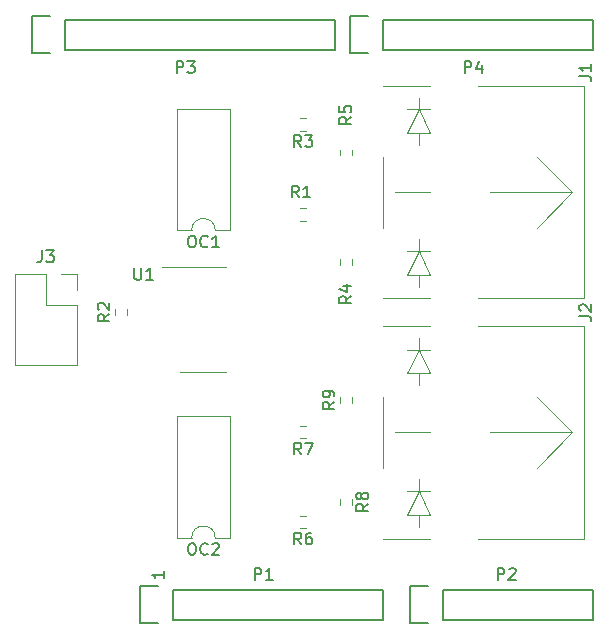
<source format=gto>
G04 #@! TF.GenerationSoftware,KiCad,Pcbnew,(5.1.9)-1*
G04 #@! TF.CreationDate,2021-06-10T00:16:51+02:00*
G04 #@! TF.ProjectId,shield,73686965-6c64-42e6-9b69-6361645f7063,rev?*
G04 #@! TF.SameCoordinates,Original*
G04 #@! TF.FileFunction,Legend,Top*
G04 #@! TF.FilePolarity,Positive*
%FSLAX46Y46*%
G04 Gerber Fmt 4.6, Leading zero omitted, Abs format (unit mm)*
G04 Created by KiCad (PCBNEW (5.1.9)-1) date 2021-06-10 00:16:51*
%MOMM*%
%LPD*%
G01*
G04 APERTURE LIST*
%ADD10C,0.150000*%
%ADD11C,0.120000*%
G04 APERTURE END LIST*
D10*
X139390380Y-120999285D02*
X139390380Y-121570714D01*
X139390380Y-121285000D02*
X138390380Y-121285000D01*
X138533238Y-121380238D01*
X138628476Y-121475476D01*
X138676095Y-121570714D01*
D11*
X130683000Y-95825000D02*
X132013000Y-95825000D01*
X132013000Y-95825000D02*
X132013000Y-97155000D01*
X129413000Y-95825000D02*
X129413000Y-98425000D01*
X129413000Y-98425000D02*
X132013000Y-98425000D01*
X132013000Y-98425000D02*
X132013000Y-103565000D01*
X126813000Y-103565000D02*
X132013000Y-103565000D01*
X126813000Y-95825000D02*
X126813000Y-103565000D01*
X126813000Y-95825000D02*
X129413000Y-95825000D01*
X142683000Y-104130000D02*
X144633000Y-104130000D01*
X142683000Y-104130000D02*
X140733000Y-104130000D01*
X142683000Y-95260000D02*
X144633000Y-95260000D01*
X142683000Y-95260000D02*
X139233000Y-95260000D01*
X154290500Y-106727258D02*
X154290500Y-106252742D01*
X155335500Y-106727258D02*
X155335500Y-106252742D01*
X155335500Y-114887742D02*
X155335500Y-115362258D01*
X154290500Y-114887742D02*
X154290500Y-115362258D01*
X151430258Y-109742500D02*
X150955742Y-109742500D01*
X151430258Y-108697500D02*
X150955742Y-108697500D01*
X151430258Y-117362500D02*
X150955742Y-117362500D01*
X151430258Y-116317500D02*
X150955742Y-116317500D01*
X154290500Y-85772258D02*
X154290500Y-85297742D01*
X155335500Y-85772258D02*
X155335500Y-85297742D01*
X155335500Y-94567742D02*
X155335500Y-95042258D01*
X154290500Y-94567742D02*
X154290500Y-95042258D01*
X151430258Y-83707500D02*
X150955742Y-83707500D01*
X151430258Y-82662500D02*
X150955742Y-82662500D01*
X135240500Y-99297258D02*
X135240500Y-98822742D01*
X136285500Y-99297258D02*
X136285500Y-98822742D01*
X151430258Y-91327500D02*
X150955742Y-91327500D01*
X151430258Y-90282500D02*
X150955742Y-90282500D01*
X141748000Y-118170000D02*
G75*
G02*
X143748000Y-118170000I1000000J0D01*
G01*
X143748000Y-118170000D02*
X144998000Y-118170000D01*
X144998000Y-118170000D02*
X144998000Y-107890000D01*
X144998000Y-107890000D02*
X140498000Y-107890000D01*
X140498000Y-107890000D02*
X140498000Y-118170000D01*
X140498000Y-118170000D02*
X141748000Y-118170000D01*
X141748000Y-92135000D02*
G75*
G02*
X143748000Y-92135000I1000000J0D01*
G01*
X143748000Y-92135000D02*
X144998000Y-92135000D01*
X144998000Y-92135000D02*
X144998000Y-81855000D01*
X144998000Y-81855000D02*
X140498000Y-81855000D01*
X140498000Y-81855000D02*
X140498000Y-92135000D01*
X140498000Y-92135000D02*
X141748000Y-92135000D01*
X157973000Y-118230000D02*
X161973000Y-118230000D01*
X165973000Y-118230000D02*
X174973000Y-118230000D01*
X174973000Y-118230000D02*
X174973000Y-100230000D01*
X174973000Y-100230000D02*
X165973000Y-100230000D01*
X161973000Y-100230000D02*
X157973000Y-100230000D01*
X157973000Y-112230000D02*
X157973000Y-106230000D01*
X159973000Y-104230000D02*
X161973000Y-104230000D01*
X161973000Y-104230000D02*
X160973000Y-102230000D01*
X160973000Y-102230000D02*
X159973000Y-104230000D01*
X160973000Y-104230000D02*
X160973000Y-105230000D01*
X159973000Y-102230000D02*
X161973000Y-102230000D01*
X160973000Y-102230000D02*
X160973000Y-101230000D01*
X160973000Y-117230000D02*
X160973000Y-116230000D01*
X160973000Y-116230000D02*
X161973000Y-116230000D01*
X161973000Y-116230000D02*
X160973000Y-114230000D01*
X160973000Y-114230000D02*
X159973000Y-116230000D01*
X159973000Y-116230000D02*
X160973000Y-116230000D01*
X159973000Y-114230000D02*
X161973000Y-114230000D01*
X160973000Y-113230000D02*
X160973000Y-114230000D01*
X158973000Y-109230000D02*
X161973000Y-109230000D01*
X166973000Y-109230000D02*
X173973000Y-109230000D01*
X173973000Y-109230000D02*
X170973000Y-106230000D01*
X173973000Y-109230000D02*
X170973000Y-112230000D01*
X157973000Y-97900000D02*
X161973000Y-97900000D01*
X165973000Y-97900000D02*
X174973000Y-97900000D01*
X174973000Y-97900000D02*
X174973000Y-79900000D01*
X174973000Y-79900000D02*
X165973000Y-79900000D01*
X161973000Y-79900000D02*
X157973000Y-79900000D01*
X157973000Y-91900000D02*
X157973000Y-85900000D01*
X159973000Y-83900000D02*
X161973000Y-83900000D01*
X161973000Y-83900000D02*
X160973000Y-81900000D01*
X160973000Y-81900000D02*
X159973000Y-83900000D01*
X160973000Y-83900000D02*
X160973000Y-84900000D01*
X159973000Y-81900000D02*
X161973000Y-81900000D01*
X160973000Y-81900000D02*
X160973000Y-80900000D01*
X160973000Y-96900000D02*
X160973000Y-95900000D01*
X160973000Y-95900000D02*
X161973000Y-95900000D01*
X161973000Y-95900000D02*
X160973000Y-93900000D01*
X160973000Y-93900000D02*
X159973000Y-95900000D01*
X159973000Y-95900000D02*
X160973000Y-95900000D01*
X159973000Y-93900000D02*
X161973000Y-93900000D01*
X160973000Y-92900000D02*
X160973000Y-93900000D01*
X158973000Y-88900000D02*
X161973000Y-88900000D01*
X166973000Y-88900000D02*
X173973000Y-88900000D01*
X173973000Y-88900000D02*
X170973000Y-85900000D01*
X173973000Y-88900000D02*
X170973000Y-91900000D01*
D10*
X137388000Y-122275000D02*
X137388000Y-125375000D01*
X138938000Y-122275000D02*
X137388000Y-122275000D01*
X140208000Y-125095000D02*
X140208000Y-122555000D01*
X137388000Y-125375000D02*
X138938000Y-125375000D01*
X157988000Y-122555000D02*
X140208000Y-122555000D01*
X157988000Y-125095000D02*
X157988000Y-122555000D01*
X140208000Y-125095000D02*
X157988000Y-125095000D01*
X160248000Y-122275000D02*
X160248000Y-125375000D01*
X161798000Y-122275000D02*
X160248000Y-122275000D01*
X163068000Y-125095000D02*
X163068000Y-122555000D01*
X160248000Y-125375000D02*
X161798000Y-125375000D01*
X175768000Y-122555000D02*
X163068000Y-122555000D01*
X175768000Y-125095000D02*
X175768000Y-122555000D01*
X163068000Y-125095000D02*
X175768000Y-125095000D01*
X128244000Y-74015000D02*
X128244000Y-77115000D01*
X129794000Y-74015000D02*
X128244000Y-74015000D01*
X131064000Y-76835000D02*
X131064000Y-74295000D01*
X128244000Y-77115000D02*
X129794000Y-77115000D01*
X153924000Y-74295000D02*
X131064000Y-74295000D01*
X153924000Y-76835000D02*
X153924000Y-74295000D01*
X131064000Y-76835000D02*
X153924000Y-76835000D01*
X155168000Y-74015000D02*
X155168000Y-77115000D01*
X156718000Y-74015000D02*
X155168000Y-74015000D01*
X157988000Y-76835000D02*
X157988000Y-74295000D01*
X155168000Y-77115000D02*
X156718000Y-77115000D01*
X175768000Y-74295000D02*
X157988000Y-74295000D01*
X175768000Y-76835000D02*
X175768000Y-74295000D01*
X157988000Y-76835000D02*
X175768000Y-76835000D01*
X129079666Y-93837380D02*
X129079666Y-94551666D01*
X129032047Y-94694523D01*
X128936809Y-94789761D01*
X128793952Y-94837380D01*
X128698714Y-94837380D01*
X129460619Y-93837380D02*
X130079666Y-93837380D01*
X129746333Y-94218333D01*
X129889190Y-94218333D01*
X129984428Y-94265952D01*
X130032047Y-94313571D01*
X130079666Y-94408809D01*
X130079666Y-94646904D01*
X130032047Y-94742142D01*
X129984428Y-94789761D01*
X129889190Y-94837380D01*
X129603476Y-94837380D01*
X129508238Y-94789761D01*
X129460619Y-94742142D01*
X136906095Y-95337380D02*
X136906095Y-96146904D01*
X136953714Y-96242142D01*
X137001333Y-96289761D01*
X137096571Y-96337380D01*
X137287047Y-96337380D01*
X137382285Y-96289761D01*
X137429904Y-96242142D01*
X137477523Y-96146904D01*
X137477523Y-95337380D01*
X138477523Y-96337380D02*
X137906095Y-96337380D01*
X138191809Y-96337380D02*
X138191809Y-95337380D01*
X138096571Y-95480238D01*
X138001333Y-95575476D01*
X137906095Y-95623095D01*
X153835380Y-106656666D02*
X153359190Y-106990000D01*
X153835380Y-107228095D02*
X152835380Y-107228095D01*
X152835380Y-106847142D01*
X152883000Y-106751904D01*
X152930619Y-106704285D01*
X153025857Y-106656666D01*
X153168714Y-106656666D01*
X153263952Y-106704285D01*
X153311571Y-106751904D01*
X153359190Y-106847142D01*
X153359190Y-107228095D01*
X153835380Y-106180476D02*
X153835380Y-105990000D01*
X153787761Y-105894761D01*
X153740142Y-105847142D01*
X153597285Y-105751904D01*
X153406809Y-105704285D01*
X153025857Y-105704285D01*
X152930619Y-105751904D01*
X152883000Y-105799523D01*
X152835380Y-105894761D01*
X152835380Y-106085238D01*
X152883000Y-106180476D01*
X152930619Y-106228095D01*
X153025857Y-106275714D01*
X153263952Y-106275714D01*
X153359190Y-106228095D01*
X153406809Y-106180476D01*
X153454428Y-106085238D01*
X153454428Y-105894761D01*
X153406809Y-105799523D01*
X153359190Y-105751904D01*
X153263952Y-105704285D01*
X156695380Y-115291666D02*
X156219190Y-115625000D01*
X156695380Y-115863095D02*
X155695380Y-115863095D01*
X155695380Y-115482142D01*
X155743000Y-115386904D01*
X155790619Y-115339285D01*
X155885857Y-115291666D01*
X156028714Y-115291666D01*
X156123952Y-115339285D01*
X156171571Y-115386904D01*
X156219190Y-115482142D01*
X156219190Y-115863095D01*
X156123952Y-114720238D02*
X156076333Y-114815476D01*
X156028714Y-114863095D01*
X155933476Y-114910714D01*
X155885857Y-114910714D01*
X155790619Y-114863095D01*
X155743000Y-114815476D01*
X155695380Y-114720238D01*
X155695380Y-114529761D01*
X155743000Y-114434523D01*
X155790619Y-114386904D01*
X155885857Y-114339285D01*
X155933476Y-114339285D01*
X156028714Y-114386904D01*
X156076333Y-114434523D01*
X156123952Y-114529761D01*
X156123952Y-114720238D01*
X156171571Y-114815476D01*
X156219190Y-114863095D01*
X156314428Y-114910714D01*
X156504904Y-114910714D01*
X156600142Y-114863095D01*
X156647761Y-114815476D01*
X156695380Y-114720238D01*
X156695380Y-114529761D01*
X156647761Y-114434523D01*
X156600142Y-114386904D01*
X156504904Y-114339285D01*
X156314428Y-114339285D01*
X156219190Y-114386904D01*
X156171571Y-114434523D01*
X156123952Y-114529761D01*
X151026333Y-111102380D02*
X150693000Y-110626190D01*
X150454904Y-111102380D02*
X150454904Y-110102380D01*
X150835857Y-110102380D01*
X150931095Y-110150000D01*
X150978714Y-110197619D01*
X151026333Y-110292857D01*
X151026333Y-110435714D01*
X150978714Y-110530952D01*
X150931095Y-110578571D01*
X150835857Y-110626190D01*
X150454904Y-110626190D01*
X151359666Y-110102380D02*
X152026333Y-110102380D01*
X151597761Y-111102380D01*
X151026333Y-118722380D02*
X150693000Y-118246190D01*
X150454904Y-118722380D02*
X150454904Y-117722380D01*
X150835857Y-117722380D01*
X150931095Y-117770000D01*
X150978714Y-117817619D01*
X151026333Y-117912857D01*
X151026333Y-118055714D01*
X150978714Y-118150952D01*
X150931095Y-118198571D01*
X150835857Y-118246190D01*
X150454904Y-118246190D01*
X151883476Y-117722380D02*
X151693000Y-117722380D01*
X151597761Y-117770000D01*
X151550142Y-117817619D01*
X151454904Y-117960476D01*
X151407285Y-118150952D01*
X151407285Y-118531904D01*
X151454904Y-118627142D01*
X151502523Y-118674761D01*
X151597761Y-118722380D01*
X151788238Y-118722380D01*
X151883476Y-118674761D01*
X151931095Y-118627142D01*
X151978714Y-118531904D01*
X151978714Y-118293809D01*
X151931095Y-118198571D01*
X151883476Y-118150952D01*
X151788238Y-118103333D01*
X151597761Y-118103333D01*
X151502523Y-118150952D01*
X151454904Y-118198571D01*
X151407285Y-118293809D01*
X155265380Y-82526666D02*
X154789190Y-82860000D01*
X155265380Y-83098095D02*
X154265380Y-83098095D01*
X154265380Y-82717142D01*
X154313000Y-82621904D01*
X154360619Y-82574285D01*
X154455857Y-82526666D01*
X154598714Y-82526666D01*
X154693952Y-82574285D01*
X154741571Y-82621904D01*
X154789190Y-82717142D01*
X154789190Y-83098095D01*
X154265380Y-81621904D02*
X154265380Y-82098095D01*
X154741571Y-82145714D01*
X154693952Y-82098095D01*
X154646333Y-82002857D01*
X154646333Y-81764761D01*
X154693952Y-81669523D01*
X154741571Y-81621904D01*
X154836809Y-81574285D01*
X155074904Y-81574285D01*
X155170142Y-81621904D01*
X155217761Y-81669523D01*
X155265380Y-81764761D01*
X155265380Y-82002857D01*
X155217761Y-82098095D01*
X155170142Y-82145714D01*
X155265380Y-97701666D02*
X154789190Y-98035000D01*
X155265380Y-98273095D02*
X154265380Y-98273095D01*
X154265380Y-97892142D01*
X154313000Y-97796904D01*
X154360619Y-97749285D01*
X154455857Y-97701666D01*
X154598714Y-97701666D01*
X154693952Y-97749285D01*
X154741571Y-97796904D01*
X154789190Y-97892142D01*
X154789190Y-98273095D01*
X154598714Y-96844523D02*
X155265380Y-96844523D01*
X154217761Y-97082619D02*
X154932047Y-97320714D01*
X154932047Y-96701666D01*
X151026333Y-85067380D02*
X150693000Y-84591190D01*
X150454904Y-85067380D02*
X150454904Y-84067380D01*
X150835857Y-84067380D01*
X150931095Y-84115000D01*
X150978714Y-84162619D01*
X151026333Y-84257857D01*
X151026333Y-84400714D01*
X150978714Y-84495952D01*
X150931095Y-84543571D01*
X150835857Y-84591190D01*
X150454904Y-84591190D01*
X151359666Y-84067380D02*
X151978714Y-84067380D01*
X151645380Y-84448333D01*
X151788238Y-84448333D01*
X151883476Y-84495952D01*
X151931095Y-84543571D01*
X151978714Y-84638809D01*
X151978714Y-84876904D01*
X151931095Y-84972142D01*
X151883476Y-85019761D01*
X151788238Y-85067380D01*
X151502523Y-85067380D01*
X151407285Y-85019761D01*
X151359666Y-84972142D01*
X134785380Y-99226666D02*
X134309190Y-99560000D01*
X134785380Y-99798095D02*
X133785380Y-99798095D01*
X133785380Y-99417142D01*
X133833000Y-99321904D01*
X133880619Y-99274285D01*
X133975857Y-99226666D01*
X134118714Y-99226666D01*
X134213952Y-99274285D01*
X134261571Y-99321904D01*
X134309190Y-99417142D01*
X134309190Y-99798095D01*
X133880619Y-98845714D02*
X133833000Y-98798095D01*
X133785380Y-98702857D01*
X133785380Y-98464761D01*
X133833000Y-98369523D01*
X133880619Y-98321904D01*
X133975857Y-98274285D01*
X134071095Y-98274285D01*
X134213952Y-98321904D01*
X134785380Y-98893333D01*
X134785380Y-98274285D01*
X150836333Y-89352380D02*
X150503000Y-88876190D01*
X150264904Y-89352380D02*
X150264904Y-88352380D01*
X150645857Y-88352380D01*
X150741095Y-88400000D01*
X150788714Y-88447619D01*
X150836333Y-88542857D01*
X150836333Y-88685714D01*
X150788714Y-88780952D01*
X150741095Y-88828571D01*
X150645857Y-88876190D01*
X150264904Y-88876190D01*
X151788714Y-89352380D02*
X151217285Y-89352380D01*
X151503000Y-89352380D02*
X151503000Y-88352380D01*
X151407761Y-88495238D01*
X151312523Y-88590476D01*
X151217285Y-88638095D01*
X141676571Y-118622380D02*
X141867047Y-118622380D01*
X141962285Y-118670000D01*
X142057523Y-118765238D01*
X142105142Y-118955714D01*
X142105142Y-119289047D01*
X142057523Y-119479523D01*
X141962285Y-119574761D01*
X141867047Y-119622380D01*
X141676571Y-119622380D01*
X141581333Y-119574761D01*
X141486095Y-119479523D01*
X141438476Y-119289047D01*
X141438476Y-118955714D01*
X141486095Y-118765238D01*
X141581333Y-118670000D01*
X141676571Y-118622380D01*
X143105142Y-119527142D02*
X143057523Y-119574761D01*
X142914666Y-119622380D01*
X142819428Y-119622380D01*
X142676571Y-119574761D01*
X142581333Y-119479523D01*
X142533714Y-119384285D01*
X142486095Y-119193809D01*
X142486095Y-119050952D01*
X142533714Y-118860476D01*
X142581333Y-118765238D01*
X142676571Y-118670000D01*
X142819428Y-118622380D01*
X142914666Y-118622380D01*
X143057523Y-118670000D01*
X143105142Y-118717619D01*
X143486095Y-118717619D02*
X143533714Y-118670000D01*
X143628952Y-118622380D01*
X143867047Y-118622380D01*
X143962285Y-118670000D01*
X144009904Y-118717619D01*
X144057523Y-118812857D01*
X144057523Y-118908095D01*
X144009904Y-119050952D01*
X143438476Y-119622380D01*
X144057523Y-119622380D01*
X141676571Y-92587380D02*
X141867047Y-92587380D01*
X141962285Y-92635000D01*
X142057523Y-92730238D01*
X142105142Y-92920714D01*
X142105142Y-93254047D01*
X142057523Y-93444523D01*
X141962285Y-93539761D01*
X141867047Y-93587380D01*
X141676571Y-93587380D01*
X141581333Y-93539761D01*
X141486095Y-93444523D01*
X141438476Y-93254047D01*
X141438476Y-92920714D01*
X141486095Y-92730238D01*
X141581333Y-92635000D01*
X141676571Y-92587380D01*
X143105142Y-93492142D02*
X143057523Y-93539761D01*
X142914666Y-93587380D01*
X142819428Y-93587380D01*
X142676571Y-93539761D01*
X142581333Y-93444523D01*
X142533714Y-93349285D01*
X142486095Y-93158809D01*
X142486095Y-93015952D01*
X142533714Y-92825476D01*
X142581333Y-92730238D01*
X142676571Y-92635000D01*
X142819428Y-92587380D01*
X142914666Y-92587380D01*
X143057523Y-92635000D01*
X143105142Y-92682619D01*
X144057523Y-93587380D02*
X143486095Y-93587380D01*
X143771809Y-93587380D02*
X143771809Y-92587380D01*
X143676571Y-92730238D01*
X143581333Y-92825476D01*
X143486095Y-92873095D01*
X174585380Y-99393333D02*
X175299666Y-99393333D01*
X175442523Y-99440952D01*
X175537761Y-99536190D01*
X175585380Y-99679047D01*
X175585380Y-99774285D01*
X174680619Y-98964761D02*
X174633000Y-98917142D01*
X174585380Y-98821904D01*
X174585380Y-98583809D01*
X174633000Y-98488571D01*
X174680619Y-98440952D01*
X174775857Y-98393333D01*
X174871095Y-98393333D01*
X175013952Y-98440952D01*
X175585380Y-99012380D01*
X175585380Y-98393333D01*
X174585380Y-79073333D02*
X175299666Y-79073333D01*
X175442523Y-79120952D01*
X175537761Y-79216190D01*
X175585380Y-79359047D01*
X175585380Y-79454285D01*
X175585380Y-78073333D02*
X175585380Y-78644761D01*
X175585380Y-78359047D02*
X174585380Y-78359047D01*
X174728238Y-78454285D01*
X174823476Y-78549523D01*
X174871095Y-78644761D01*
X147089904Y-121737380D02*
X147089904Y-120737380D01*
X147470857Y-120737380D01*
X147566095Y-120785000D01*
X147613714Y-120832619D01*
X147661333Y-120927857D01*
X147661333Y-121070714D01*
X147613714Y-121165952D01*
X147566095Y-121213571D01*
X147470857Y-121261190D01*
X147089904Y-121261190D01*
X148613714Y-121737380D02*
X148042285Y-121737380D01*
X148328000Y-121737380D02*
X148328000Y-120737380D01*
X148232761Y-120880238D01*
X148137523Y-120975476D01*
X148042285Y-121023095D01*
X167663904Y-121737380D02*
X167663904Y-120737380D01*
X168044857Y-120737380D01*
X168140095Y-120785000D01*
X168187714Y-120832619D01*
X168235333Y-120927857D01*
X168235333Y-121070714D01*
X168187714Y-121165952D01*
X168140095Y-121213571D01*
X168044857Y-121261190D01*
X167663904Y-121261190D01*
X168616285Y-120832619D02*
X168663904Y-120785000D01*
X168759142Y-120737380D01*
X168997238Y-120737380D01*
X169092476Y-120785000D01*
X169140095Y-120832619D01*
X169187714Y-120927857D01*
X169187714Y-121023095D01*
X169140095Y-121165952D01*
X168568666Y-121737380D01*
X169187714Y-121737380D01*
X140485904Y-78811380D02*
X140485904Y-77811380D01*
X140866857Y-77811380D01*
X140962095Y-77859000D01*
X141009714Y-77906619D01*
X141057333Y-78001857D01*
X141057333Y-78144714D01*
X141009714Y-78239952D01*
X140962095Y-78287571D01*
X140866857Y-78335190D01*
X140485904Y-78335190D01*
X141390666Y-77811380D02*
X142009714Y-77811380D01*
X141676380Y-78192333D01*
X141819238Y-78192333D01*
X141914476Y-78239952D01*
X141962095Y-78287571D01*
X142009714Y-78382809D01*
X142009714Y-78620904D01*
X141962095Y-78716142D01*
X141914476Y-78763761D01*
X141819238Y-78811380D01*
X141533523Y-78811380D01*
X141438285Y-78763761D01*
X141390666Y-78716142D01*
X164869904Y-78811380D02*
X164869904Y-77811380D01*
X165250857Y-77811380D01*
X165346095Y-77859000D01*
X165393714Y-77906619D01*
X165441333Y-78001857D01*
X165441333Y-78144714D01*
X165393714Y-78239952D01*
X165346095Y-78287571D01*
X165250857Y-78335190D01*
X164869904Y-78335190D01*
X166298476Y-78144714D02*
X166298476Y-78811380D01*
X166060380Y-77763761D02*
X165822285Y-78478047D01*
X166441333Y-78478047D01*
M02*

</source>
